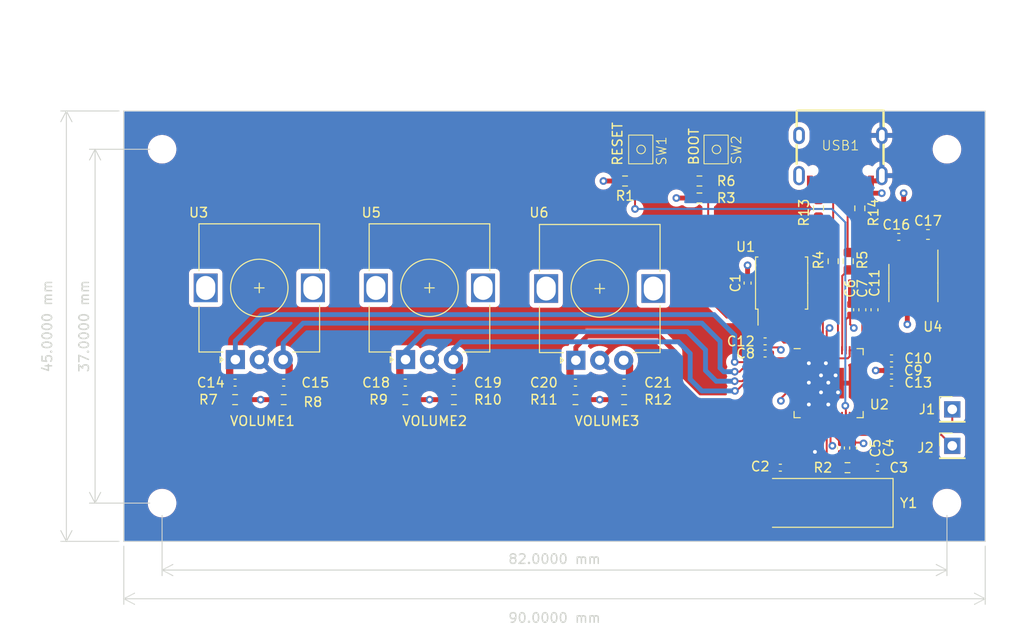
<source format=kicad_pcb>
(kicad_pcb (version 20221018) (generator pcbnew)
  (layers (0 "F.Cu" signal "FRONT") (1 "In1.Cu" power "GND") (2 "In2.Cu" power "POWER") (31 "B.Cu" signal "BACK") (34 "B.Paste" user) (35 "F.Paste" user) (36 "B.SilkS" user "B.Silkscreen") (37 "F.SilkS" user "F.Silkscreen") (38 "B.Mask" user) (39 "F.Mask" user) (44 "Edge.Cuts" user))
  (net 0 "")
  (net 1 "GND")
  (net 2 "/rp2040/XIN")
  (net 3 "Net-(C3-Pad1)")
  (net 4 "/rp2040/1V1")
  (net 5 "/RE1_A")
  (net 6 "/RE1_B")
  (net 7 "+5V")
  (net 8 "+3V3")
  (net 9 "/RE2_A")
  (net 10 "/RE2_B")
  (net 11 "/RE3_A")
  (net 12 "/RE3_B")
  (net 13 "/SWD")
  (net 14 "/SWCLK")
  (net 15 "/rp2040/~{RST}")
  (net 16 "/rp2040/XOUT")
  (net 17 "/rp2040/QSPI_SS")
  (net 18 "/rp2040/N_USB_D+")
  (net 19 "/USB_D+")
  (net 20 "/rp2040/N_USB_D-")
  (net 21 "/USB_D-")
  (net 22 "/rp2040/~{USB_BOOT}")
  (net 23 "Net-(USB1-CC2)")
  (net 24 "Net-(USB1-CC1)")
  (net 25 "/rp2040/QSPI_SD1")
  (net 26 "/rp2040/QSPI_SD2")
  (net 27 "/rp2040/QSPI_SD0")
  (net 28 "/rp2040/QSPI_CLK")
  (net 29 "/rp2040/QSPI_SD3")
  (footprint "Package_SO:SOIC-8_3.9x4.9mm_P1.27mm" (layer "F.Cu") (at 142.494 46.99 -90)
    (fp_text reference "U4")
    (fp_text value "LD1117D33")
  )
  (footprint "Capacitor_SMD:C_0402_1005Metric_Pad0.74x0.62mm_HandSolder" (layer "F.Cu") (at 128.592 66.294 180)
    (fp_text reference "C2")
    (fp_text value "27p")
  )
  (footprint "Rotary_Encoder:RotaryEncoder_Alps_EC12E_Vertical_H20mm" (layer "F.Cu") (at 107.228 55.064 90)
    (fp_text reference "U6")
    (fp_text value "Rotary encoder")
  )
  (footprint "Capacitor_SMD:C_0402_1005Metric_Pad0.74x0.62mm_HandSolder" (layer "F.Cu") (at 127 54.356 180)
    (fp_text reference "C8")
    (fp_text value "100n")
  )
  (footprint "MountingHole:MountingHole_2.5mm" (layer "F.Cu") (at 64 70)
    (fp_text reference "REF**")
    (fp_text value "MountingHole_2.5mm")
  )
  (footprint "Capacitor_SMD:C_0402_1005Metric_Pad0.74x0.62mm_HandSolder" (layer "F.Cu") (at 127 53.086 180)
    (fp_text reference "C12")
    (fp_text value "100n")
  )
  (footprint "Package_SO:SOIC-8_5.23x5.23mm_P1.27mm" (layer "F.Cu") (at 128.7272 46.99 90)
    (fp_text reference "U1")
    (fp_text value "W25Q128JVS")
  )
  (footprint "Capacitor_SMD:C_0402_1005Metric_Pad0.74x0.62mm_HandSolder" (layer "F.Cu") (at 76.708 57.404 180)
    (fp_text reference "C15")
    (fp_text value "1u")
  )
  (footprint "Connector_PinHeader_2.54mm:PinHeader_1x01_P2.54mm_Vertical" (layer "F.Cu") (at 146.558 64.008)
    (fp_text reference "J2")
    (fp_text value "Conn_01x01_Pin")
  )
  (footprint "Resistor_SMD:R_0603_1608Metric_Pad0.98x0.95mm_HandSolder" (layer "F.Cu") (at 112.268 59.182)
    (fp_text reference "R12")
    (fp_text value "10k")
  )
  (footprint "Capacitor_SMD:C_0402_1005Metric_Pad0.74x0.62mm_HandSolder" (layer "F.Cu") (at 89.408 57.404)
    (fp_text reference "C18")
    (fp_text value "1u")
  )
  (footprint "Capacitor_SMD:C_0402_1005Metric_Pad0.74x0.62mm_HandSolder" (layer "F.Cu") (at 125.1712 46.99 -90)
    (fp_text reference "C1")
    (fp_text value "100n")
  )
  (footprint "Capacitor_SMD:C_0402_1005Metric_Pad0.74x0.62mm_HandSolder" (layer "F.Cu") (at 112.268 57.404 180)
    (fp_text reference "C21")
    (fp_text value "1u")
  )
  (footprint "Resistor_SMD:R_0603_1608Metric_Pad0.98x0.95mm_HandSolder" (layer "F.Cu") (at 94.488 59.182)
    (fp_text reference "R10")
    (fp_text value "10k")
  )
  (footprint "Capacitor_SMD:C_0402_1005Metric_Pad0.74x0.62mm_HandSolder" (layer "F.Cu") (at 138.752 66.294)
    (fp_text reference "C3")
    (fp_text value "27p")
  )
  (footprint "MountingHole:MountingHole_2.5mm" (layer "F.Cu") (at 64 33)
    (fp_text reference "REF**")
    (fp_text value "MountingHole_2.5mm")
  )
  (footprint "Resistor_SMD:R_0603_1608Metric_Pad0.98x0.95mm_HandSolder" (layer "F.Cu") (at 132.581015 39.17588 -90)
    (fp_text reference "R13")
    (fp_text value "5k1")
  )
  (footprint "Resistor_SMD:R_0603_1608Metric_Pad0.98x0.95mm_HandSolder" (layer "F.Cu") (at 135.6106 66.294)
    (fp_text reference "R2")
    (fp_text value "1k")
  )
  (footprint "Connector_PinHeader_2.54mm:PinHeader_1x01_P2.54mm_Vertical" (layer "F.Cu") (at 146.558 60.198)
    (fp_text reference "J1")
    (fp_text value "Conn_01x01_Pin")
  )
  (footprint "MountingHole:MountingHole_2.5mm" (layer "F.Cu") (at 146 70)
    (fp_text reference "REF**" hide)
    (fp_text value "MountingHole_2.5mm")
  )
  (footprint "push_button:lcsc_TS-3025-A-A-B_push_button" (layer "F.Cu") (at 121.92 33.02 -90)
    (fp_text reference "SW2")
    (fp_text value "TS-3025-B-C-B ")
  )
  (footprint "Resistor_SMD:R_0603_1608Metric_Pad0.98x0.95mm_HandSolder" (layer "F.Cu") (at 76.708 59.182)
    (fp_text reference "R8")
    (fp_text value "10k")
  )
  (footprint "Resistor_SMD:R_0603_1608Metric_Pad0.98x0.95mm_HandSolder" (layer "F.Cu") (at 120.142 36.322)
    (fp_text reference "R6")
    (fp_text value "1k")
  )
  (footprint "Capacitor_SMD:C_0402_1005Metric_Pad0.74x0.62mm_HandSolder" (layer "F.Cu") (at 140.208 57.404)
    (fp_text reference "C13")
    (fp_text value "100n")
  )
  (footprint "Resistor_SMD:R_0603_1608Metric_Pad0.98x0.95mm_HandSolder" (layer "F.Cu") (at 136.899015 39.17588 -90)
    (fp_text reference "R14")
    (fp_text value "5k1")
  )
  (footprint "Resistor_SMD:R_0603_1608Metric_Pad0.98x0.95mm_HandSolder" (layer "F.Cu") (at 135.6868 44.704 90)
    (fp_text reference "R5")
    (fp_text value "27")
  )
  (footprint "Capacitor_SMD:C_0402_1005Metric_Pad0.74x0.62mm_HandSolder" (layer "F.Cu") (at 140.208 54.864)
    (fp_text reference "C10")
    (fp_text value "100n")
  )
  (footprint "USBC:USBC_16P" (layer "F.Cu") (at 134.874 32.766 180)
    (fp_text reference "USB1")
    (fp_text value "~")
  )
  (footprint "Resistor_SMD:R_0603_1608Metric_Pad0.98x0.95mm_HandSolder" (layer "F.Cu") (at 107.188 59.182 180)
    (fp_text reference "R11")
    (fp_text value "10k")
  )
  (footprint "Capacitor_SMD:C_0402_1005Metric_Pad0.74x0.62mm_HandSolder" (layer "F.Cu") (at 136.1948 64.2366 -90)
    (fp_text reference "C4")
    (fp_text value "100n")
  )
  (footprint "Resistor_SMD:R_0603_1608Metric_Pad0.98x0.95mm_HandSolder" (layer "F.Cu") (at 134.112 44.704 90)
    (fp_text reference "R4")
    (fp_text value "27")
  )
  (footprint "Crystal:Crystal_SMD_HC49-SD" (layer "F.Cu") (at 133.672 69.977 180)
    (fp_text reference "Y1")
    (fp_text value "12Mhz")
  )
  (footprint "Resistor_SMD:R_0603_1608Metric_Pad0.98x0.95mm_HandSolder" (layer "F.Cu") (at 120.142 38.1)
    (fp_text reference "R3")
    (fp_text value "10k")
  )
  (footprint "Resistor_SMD:R_0603_1608Metric_Pad0.98x0.95mm_HandSolder" (layer "F.Cu") (at 112.3696 36.322)
    (fp_text reference "R1")
    (fp_text value "10k")
  )
  (footprint "Capacitor_SMD:C_0402_1005Metric_Pad0.74x0.62mm_HandSolder" (layer "F.Cu") (at 107.188 57.404)
    (fp_text reference "C20")
    (fp_text value "1u")
  )
  (footprint "Package_DFN_QFN:QFN-56-1EP_7x7mm_P0.4mm_EP3.2x3.2mm" (layer "F.Cu") (at 133.6379 57.458)
    (fp_text reference "U2")
    (fp_text value "RP2040")
  )
  (footprint "Resistor_SMD:R_0603_1608Metric_Pad0.98x0.95mm_HandSolder" (layer "F.Cu") (at 89.408 59.182 180)
    (fp_text reference "R9")
    (fp_text value "10k")
  )
  (footprint "Capacitor_SMD:C_0603_1608Metric_Pad1.08x0.95mm_HandSolder" (layer "F.Cu") (at 144.018 41.91)
    (fp_text reference "C17")
    (fp_text value "10u")
  )
  (footprint "Capacitor_SMD:C_0402_1005Metric_Pad0.74x0.62mm_HandSolder" (layer "F.Cu") (at 138.43 49.784 90)
    (fp_text reference "C11")
    (fp_text value "100n")
  )
  (footprint "Resistor_SMD:R_0603_1608Metric_Pad0.98x0.95mm_HandSolder" (layer "F.Cu") (at 71.628 59.182 180)
    (fp_text reference "R7")
    (fp_text value "10k")
  )
  (footprint "Capacitor_SMD:C_0402_1005Metric_Pad0.74x0.62mm_HandSolder" (layer "F.Cu") (at 140.97 42.164 180)
    (fp_text reference "C16")
    (fp_text value "100n")
  )
  (footprint "Capacitor_SMD:C_0402_1005Metric_Pad0.74x0.62mm_HandSolder" (layer "F.Cu") (at 137.16 49.784 90)
    (fp_text reference "C7")
    (fp_text value "1u")
  )
  (footprint "Rotary_Encoder:RotaryEncoder_Alps_EC12E_Vertical_H20mm" (layer "F.Cu") (at 71.656 54.998 90)
    (fp_text reference "U3")
    (fp_text value "Rotary encoder")
  )
  (footprint "Rotary_Encoder:RotaryEncoder_Alps_EC12E_Vertical_H20mm" (layer "F.Cu") (at 89.436 54.998 90)
    (fp_text reference "U5")
    (fp_text value "Rotary encoder")
  )
  (footprint "Capacitor_SMD:C_0402_1005Metric_Pad0.74x0.62mm_HandSolder" (layer "F.Cu") (at 134.9248 64.2366 -90)
    (fp_text reference "C5")
    (fp_text value "100n")
  )
  (footprint "MountingHole:MountingHole_2.5mm" (layer "F.Cu") (at 146 33)
    (fp_text reference "REF**")
    (fp_text value "MountingHole_2.5mm")
  )
  (footprint "Capacitor_SMD:C_0402_1005Metric_Pad0.74x0.62mm_HandSolder" (layer "F.Cu") (at 71.628 57.404)
    (fp_text reference "C14")
    (fp_text value "1u")
  )
  (footprint "Capacitor_SMD:C_0402_1005Metric_Pad0.74x0.62mm_HandSolder" (layer "F.Cu") (at 135.89 49.784 90)
    (fp_text reference "C6")
    (fp_text value "1u")
  )
  (footprint "Capacitor_SMD:C_0402_1005Metric_Pad0.74x0.62mm_HandSolder" (layer "F.Cu") (at 140.208 56.134)
    (fp_text reference "C9")
    (fp_text value "100n")
  )
  (footprint "Capacitor_SMD:C_0402_1005Metric_Pad0.74x0.62mm_HandSolder" (layer "F.Cu") (at 94.488 57.404 180)
    (fp_text reference "C19")
    (fp_text value "1u")
  )
  (footprint "push_button:lcsc_TS-3025-A-A-B_push_button" (layer "F.Cu") (at 114.046 33.02 -90)
    (fp_text reference "SW1")
    (fp_text value "TS-3025-B-C-B ")
  )
  (gr_line (start 150 29) (end 60 29) (stroke (width 0.1)) (layer "Edge.Cuts"))
  (gr_line (start 60 74) (end 150 74) (stroke (width 0.1)) (layer "Edge.Cuts"))
  (gr_line (start 60 29) (end 60 74) (stroke (width 0.1)) (layer "Edge.Cuts"))
  (gr_line (start 150 29) (end 150 74) (stroke (width 0.1)) (layer "Edge.Cuts"))
  (gr_line (start 60 29) (end 60 74) (stroke (width 0.1)) (layer "Edge.Cuts"))
  (gr_text "VOLUME3" (at 107 62) (layer "F.SilkS") (effects (font (size 1 1)) (justify left bottom)))
  (gr_text "VOLUME1" (at 71 62) (layer "F.SilkS") (effects (font (size 1 1)) (justify left bottom)))
  (gr_text "RESET" (at 112.1664 34.798 90) (layer "F.SilkS") (effects (font (size 1 1)) (justify left bottom)))
  (gr_text "BOOT" (at 120.142 34.7472 90) (layer "F.SilkS") (effects (font (size 1 1)) (justify left bottom)))
  (gr_text "VOLUME2" (at 89 62) (layer "F.SilkS") (effects (font (size 1 1)) (justify left bottom)))
  (dimension (type aligned) (layer "Edge.Cuts") (pts (xy 60 74) (xy 60 29)) (height -6) (gr_text "45,0000 mm" (at 52 51.5 90) (layer "Edge.Cuts") (effects (font (size 1 1) (thickness 0.15)))) (format (prefix "") (suffix "") (units 3) (units_format 1) (precision 4)) (style (thickness 0.1) (arrow_length 1.27) (text_position_mode 2) (extension_height 0.58642) (extension_offset 0.5) keep_text_aligned))
  (dimension (type aligned) (layer "Edge.Cuts") (pts (xy 64 33) (xy 64 70)) (height 7) (gr_text "37,0000 mm" (at 55.85 51.5 90) (layer "Edge.Cuts") (effects (font (size 1 1) (thickness 0.15)))) (format (prefix "") (suffix "") (units 3) (units_format 1) (precision 4)) (style (thickness 0.1) (arrow_length 1.27) (text_position_mode 0) (extension_height 0.58642) (extension_offset 0.5) keep_text_aligned))
  (dimension (type aligned) (layer "Edge.Cuts") (pts (xy 150 74) (xy 60 74)) (height -6) (gr_text "90,0000 mm" (at 105 82) (layer "Edge.Cuts") (effects (font (size 1 1) (thickness 0.15)))) (format (prefix "") (suffix "") (units 3) (units_format 1) (precision 4)) (style (thickness 0.1) (arrow_length 1.27) (text_position_mode 2) (extension_height 0.58642) (extension_offset 0.5) keep_text_aligned))
  (dimension (type aligned) (layer "Edge.Cuts") (pts (xy 64 70) (xy 146 70)) (height 6.999999) (gr_text "82,0000 mm" (at 105 75.849999) (layer "Edge.Cuts") (effects (font (size 1 1) (thickness 0.15)))) (format (prefix "") (suffix "") (units 3) (units_format 1) (precision 4)) (style (thickness 0.1) (arrow_length 1.27) (text_position_mode 0) (extension_height 0.58642) (extension_offset 0.5) keep_text_aligned))
  (segment (start 132.6379 64.2121) (end 132.207 64.643) (width 0.2032) (layer "F.Cu") (net 1))
  (segment (start 133.6379 57.458) (end 133.6379 57.6241) (width 0.2032) (layer "F.Cu") (net 1))
  (segment (start 138.074019 36.305934) (end 138.649075 36.305934) (width 0.508) (layer "F.Cu") (net 1))
  (segment (start 133.6379 57.4379) (end 133.604 57.404) (width 0.2032) (layer "F.Cu") (net 1))
  (segment (start 133.658 57.458) (end 134.62 58.42) (width 0.2032) (layer "F.Cu") (net 1))
  (segment (start 144.399 44.515) (end 144.399 42.3915) (width 1.016) (layer "F.Cu") (net 1))
  (segment (start 144.399 42.3915) (end 144.8805 41.91) (width 1.016) (layer "F.Cu") (net 1))
  (segment (start 133.6379 57.6241) (end 132.842 58.42) (width 0.2032) (layer "F.Cu") (net 1))
  (segment (start 138.649075 36.305934) (end 139.198985 35.756024) (width 0.508) (layer "F.Cu") (net 1))
  (segment (start 133.6379 57.4379) (end 132.842 56.642) (width 0.2032) (layer "F.Cu") (net 1))
  (segment (start 133.6379 57.458) (end 133.658 57.458) (width 0.2032) (layer "F.Cu") (net 1))
  (segment (start 133.6379 57.458) (end 133.6379 57.4379) (width 0.2032) (layer "F.Cu") (net 1))
  (segment (start 132.6379 60.8955) (end 132.6379 64.2121) (width 0.2032) (layer "F.Cu") (net 1))
  (via (at 131.572 59.69) (size 0.8) (drill 0.4) (layers "F.Cu" "B.Cu") (net 1))
  (via (at 131.572 55.372) (size 0.8) (drill 0.4) (layers "F.Cu" "B.Cu") (net 1))
  (via (at 134.366 56.642) (size 0.8) (drill 0.4) (layers "F.Cu" "B.Cu") (net 1))
  (via (at 131.572 57.404) (size 0.8) (drill 0.4) (layers "F.Cu" "B.Cu") (net 1))
  (via (at 133.604 57.404) (size 0.8) (drill 0.4) (layers "F.Cu" "B.Cu") (net 1))
  (via (at 133.35 55.372) (size 0.8) (drill 0.4) (layers "F.Cu" "B.Cu") (net 1))
  (via (at 134.62 58.42) (size 0.8) (drill 0.4) (layers "F.Cu" "B.Cu") (net 1))
  (via (at 132.842 56.642) (size 0.8) (drill 0.4) (layers "F.Cu" "B.Cu") (net 1))
  (via (at 132.207 64.643) (size 0.8) (drill 0.4) (layers "F.Cu" "B.Cu") (net 1))
  (via (at 132.842 58.42) (size 0.8) (drill 0.4) (layers "F.Cu" "B.Cu") (net 1))
  (via (at 133.604 59.69) (size 0.8) (drill 0.4) (layers "F.Cu" "B.Cu") (net 1))
  (segment (start 129.413 69.968) (end 129.422 69.977) (width 0.762) (layer "F.Cu") (net 2))
  (segment (start 129.1595 66.294) (end 129.413 66.5475) (width 0.762) (layer "F.Cu") (net 2))
  (segment (start 133.0379 64.9043) (end 133.0379 60.8955) (width 0.2032) (layer "F.Cu") (net 2))
  (segment (start 129.1595 66.294) (end 131.6482 66.294) (width 0.2032) (layer "F.Cu") (net 2))
  (segment (start 131.6482 66.294) (end 133.0379 64.9043) (width 0.2032) (layer "F.Cu") (net 2))
  (segment (start 129.413 66.5475) (end 129.413 69.968) (width 0.762) (layer "F.Cu") (net 2))
  (segment (start 137.922 66.5565) (end 138.1845 66.294) (width 0.762) (layer "F.Cu") (net 3))
  (segment (start 137.922 69.977) (end 137.922 66.5565) (width 0.762) (layer "F.Cu") (net 3))
  (segment (start 136.5231 66.294) (end 138.1845 66.294) (width 0.762) (layer "F.Cu") (net 3))
  (segment (start 134.2379 60.8955) (end 134.2379 62.9822) (width 0.2032) (layer "F.Cu") (net 4))
  (segment (start 133.4379 51.9821) (end 133.731 51.689) (width 0.2032) (layer "F.Cu") (net 4))
  (segment (start 133.4379 54.0205) (end 133.4379 51.9821) (width 0.2032) (layer "F.Cu") (net 4))
  (segment (start 136.1948 63.6691) (end 134.9248 63.6691) (width 0.2032) (layer "F.Cu") (net 4))
  (segment (start 135.4379 54.0205) (end 135.4379 50.8036) (width 0.2032) (layer "F.Cu") (net 4))
  (segment (start 135.89 51.308) (end 136.271 51.689) (width 0.2032) (layer "F.Cu") (net 4))
  (segment (start 135.89 50.3515) (end 135.89 51.308) (width 0.2032) (layer "F.Cu") (net 4))
  (segment (start 135.4379 50.8036) (end 135.89 50.3515) (width 0.2032) (layer "F.Cu") (net 4))
  (segment (start 137.2021 63.6691) (end 137.287 63.754) (width 0.2032) (layer "F.Cu") (net 4))
  (segment (start 136.1948 63.6691) (end 137.2021 63.6691) (width 0.2032) (layer "F.Cu") (net 4))
  (segment (start 134.2379 62.9822) (end 134.9248 63.6691) (width 0.2032) (layer "F.Cu") (net 4))
  (via (at 136.271 51.689) (size 0.8) (drill 0.4) (layers "F.Cu" "B.Cu") (net 4))
  (via (at 133.731 51.689) (size 0.8) (drill 0.4) (layers "F.Cu" "B.Cu") (net 4))
  (via (at 137.287 63.754) (size 0.8) (drill 0.4) (layers "F.Cu" "B.Cu") (net 4))
  (segment (start 130.2004 55.258) (end 123.838 55.258) (width 0.2032) (layer "F.Cu") (net 5))
  (segment (start 71.656 54.998) (end 71.0605 55.5935) (width 0.762) (layer "F.Cu") (net 5))
  (segment (start 123.838 55.258) (end 123.825 55.245) (width 0.2032) (layer "F.Cu") (net 5))
  (segment (start 71.0605 57.404) (end 71.0605 58.837) (width 0.762) (layer "F.Cu") (net 5))
  (segment (start 71.0605 55.5935) (end 71.0605 57.404) (width 0.762) (layer "F.Cu") (net 5))
  (segment (start 71.0605 58.837) (end 70.7155 59.182) (width 0.762) (layer "F.Cu") (net 5))
  (via (at 123.825 55.245) (size 0.8) (drill 0.4) (layers "F.Cu" "B.Cu") (net 5))
  (segment (start 71.656 53.058) (end 71.656 54.998) (width 0.508) (layer "B.Cu") (net 5))
  (segment (start 74.422 50.292) (end 71.656 53.058) (width 0.508) (layer "B.Cu") (net 5))
  (segment (start 123.825 55.245) (end 123.825 52.451) (width 0.508) (layer "B.Cu") (net 5))
  (segment (start 123.825 52.451) (end 121.666 50.292) (width 0.508) (layer "B.Cu") (net 5))
  (segment (start 121.666 50.292) (end 74.422 50.292) (width 0.508) (layer "B.Cu") (net 5))
  (segment (start 124.333 56.261) (end 123.825 56.261) (width 0.2032) (layer "F.Cu") (net 6))
  (segment (start 124.587 56.007) (end 124.333 56.261) (width 0.2032) (layer "F.Cu") (net 6))
  (segment (start 77.2755 58.837) (end 77.6205 59.182) (width 0.762) (layer "F.Cu") (net 6))
  (segment (start 124.936 55.658) (end 124.587 56.007) (width 0.2032) (layer "F.Cu") (net 6))
  (segment (start 76.656 54.998) (end 77.2755 55.6175) (width 0.762) (layer "F.Cu") (net 6))
  (segment (start 77.2755 57.404) (end 77.2755 58.837) (width 0.762) (layer "F.Cu") (net 6))
  (segment (start 77.2755 55.6175) (end 77.2755 57.404) (width 0.762) (layer "F.Cu") (net 6))
  (segment (start 130.2004 55.658) (end 124.936 55.658) (width 0.2032) (layer "F.Cu") (net 6))
  (via (at 123.825 56.261) (size 0.8) (drill 0.4) (layers "F.Cu" "B.Cu") (net 6))
  (segment (start 123.825 56.261) (end 122.682 56.261) (width 0.508) (layer "B.Cu") (net 6))
  (segment (start 122.301 55.88) (end 122.301 53.086) (width 0.508) (layer "B.Cu") (net 6))
  (segment (start 122.301 53.086) (end 120.396 51.181) (width 0.508) (layer "B.Cu") (net 6))
  (segment (start 122.682 56.261) (end 122.301 55.88) (width 0.508) (layer "B.Cu") (net 6))
  (segment (start 76.656 53.265) (end 76.656 54.998) (width 0.508) (layer "B.Cu") (net 6))
  (segment (start 78.74 51.181) (end 76.656 53.265) (width 0.508) (layer "B.Cu") (net 6))
  (segment (start 120.396 51.181) (end 78.74 51.181) (width 0.508) (layer "B.Cu") (net 6))
  (segment (start 132.473827 36.305934) (end 132.473827 35.928173) (width 0.2032) (layer "F.Cu") (net 7))
  (segment (start 140.716 43.434) (end 141.5375 42.6125) (width 0.508) (layer "F.Cu") (net 7))
  (segment (start 137.922 37.592) (end 139.192 37.592) (width 0.508) (layer "F.Cu") (net 7))
  (segment (start 141.478 37.592) (end 141.478 42.1045) (width 0.508) (layer "F.Cu") (net 7))
  (segment (start 135.89 34.544) (end 137.273919 35.927919) (width 0.2032) (layer "F.Cu") (net 7))
  (segment (start 132.473827 35.928173) (end 133.858 34.544) (width 0.2032) (layer "F.Cu") (net 7))
  (segment (start 137.273919 36.305934) (end 137.273919 36.943919) (width 0.508) (layer "F.Cu") (net 7))
  (segment (start 140.716 44.45) (end 140.716 43.434) (width 0.508) (layer "F.Cu") (net 7))
  (segment (start 141.478 42.1045) (end 141.5375 42.164) (width 0.2032) (layer "F.Cu") (net 7))
  (segment (start 141.5375 42.6125) (end 141.5375 42.164) (width 0.508) (layer "F.Cu") (net 7))
  (segment (start 137.273919 36.943919) (end 137.922 37.592) (width 0.508) (layer "F.Cu") (net 7))
  (segment (start 137.273919 35.927919) (end 137.273919 36.305934) (width 0.2032) (layer "F.Cu") (net 7))
  (segment (start 133.858 34.544) (end 135.89 34.544) (width 0.2032) (layer "F.Cu") (net 7))
  (via (at 141.478 37.592) (size 0.8) (drill 0.4) (layers "F.Cu" "B.Cu") (net 7))
  (via (at 139.192 37.592) (size 0.8) (drill 0.4) (layers "F.Cu" "B.Cu") (net 7))
  (segment (start 135.8379 54.6621) (end 135.8379 54.0205) (width 0.2032) (layer "F.Cu") (net 8))
  (segment (start 143.1555 44.4885) (end 143.129 44.515) (width 1.016) (layer "F.Cu") (net 8))
  (segment (start 143.1555 41.91) (end 143.1555 44.4885) (width 1.016) (layer "F.Cu") (net 8))
  (segment (start 134.2379 54.7359) (end 134.366 54.864) (width 0.2032) (layer "F.Cu") (net 8))
  (segment (start 137.0754 54.858) (end 139.6345 54.858) (width 0.2032) (layer "F.Cu") (net 8))
  (segment (start 72.5405 59.182) (end 75.7955 59.182) (width 0.508) (layer "F.Cu") (net 8))
  (segment (start 108.1005 59.182) (end 111.3555 59.182) (width 0.508) (layer "F.Cu") (net 8))
  (segment (start 127.5675 54.356) (end 127.5675 53.721) (width 0.2032) (layer "F.Cu") (net 8))
  (segment (start 119.2295 38.1) (end 117.856 38.1) (width 0.508) (layer "F.Cu") (net 8))
  (segment (start 133.8379 60.8955) (end 133.8379 63.818) (width 0.2032) (layer "F.Cu") (net 8))
  (segment (start 130.2004 54.858) (end 128.0695 54.858) (width 0.2032) (layer "F.Cu") (net 8))
  (segment (start 125.2387 46.355) (end 125.1712 46.4225) (width 0.508) (layer "F.Cu") (net 8))
  (segment (start 117.856 38.1) (end 117.729 38.1) (width 0.508) (layer "F.Cu") (net 8))
  (segment (start 128.778 58.928) (end 128.651 59.055) (width 0.2032) (layer "F.Cu") (net 8))
  (segment (start 111.4571 36.322) (end 110.109 36.322) (width 0.508) (layer "F.Cu") (net 8))
  (segment (start 137.16 53.0984) (end 137.16 50.3515) (width 0.2032) (layer "F.Cu") (net 8))
  (segment (start 135.636 54.864) (end 135.8379 54.6621) (width 0.2032) (layer "F.Cu") (net 8))
  (segment (start 141.859 44.515) (end 141.859 49.465) (width 1.016) (layer "F.Cu") (net 8))
  (segment (start 133.8379 63.818) (end 134.0279 64.008) (width 0.2032) (layer "F.Cu") (net 8))
  (segment (start 128.397 53.721) (end 128.651 53.975) (width 0.2032) (layer "F.Cu") (net 8))
  (segment (start 125.222 45.085) (end 125.1712 45.1358) (width 0.508) (layer "F.Cu") (net 8))
  (segment (start 139.6345 54.858) (end 139.6405 54.864) (width 0.2032) (layer "F.Cu") (net 8))
  (segment (start 130.2004 58.458) (end 129.248 58.458) (width 0.2032) (layer "F.Cu") (net 8))
  (segment (start 137.0754 58.458) (end 139.154 58.458) (width 0.2032) (layer "F.Cu") (net 8))
  (segment (start 136.2379 54.0205) (end 137.16 53.0984) (width 0.2032) (layer "F.Cu") (net 8))
  (segment (start 134.2379 54.0205) (end 134.2379 54.7359) (width 0.2032) (layer "F.Cu") (net 8))
  (segment (start 126.8222 43.39) (end 126.8222 46.0248) (width 0.508) (layer "F.Cu") (net 8))
  (segment (start 141.859 49.465) (end 143.129 49.465) (width 1.016) (layer "F.Cu") (net 8))
  (segment (start 128.0695 54.858) (end 127.5675 54.356) (width 0.2032) (layer "F.Cu") (net 8))
  (segment (start 139.6405 56.134) (end 138.557 56.134) (width 0.508) (layer "F.Cu") (net 8))
  (segment (start 127.5675 53.721) (end 128.397 53.721) (width 0.2032) (layer "F.Cu") (net 8))
  (segment (start 90.3205 59.182) (end 93.5755 59.182) (width 0.508) (layer "F.Cu") (net 8))
  (segment (start 126.8222 46.0248) (end 126.492 46.355) (width 0.508) (layer "F.Cu") (net 8))
  (segment (start 133.8379 54.0205) (end 134.2379 54.0205) (width 0.2032) (layer "F.Cu") (net 8))
  (segment (start 141.859 49.465) (end 141.859 51.308) (width 0.508) (layer "F.Cu") (net 8))
  (segment (start 125.1712 46.4225) (end 125.1712 45.1358) (width 0.508) (layer "F.Cu") (net 8))
  (segment (start 139.154 58.458) (end 139.6405 57.9715) (width 0.2032) (layer "F.Cu") (net 8))
  (segment (start 136.2379 54.0205) (end 137.0754 54.858) (width 0.2032) (layer "F.Cu") (net 8))
  (segment (start 127.5675 53.721) (end 127.5675 53.086) (width 0.2032) (layer "F.Cu") (net 8))
  (segment (start 126.492 46.355) (end 125.2387 46.355) (width 0.508) (layer "F.Cu") (net 8))
  (segment (start 128.651 59.055) (end 128.651 59.309) (width 0.2032) (layer "F.Cu") (net 8))
  (segment (start 139.6405 57.9715) (end 139.6405 57.404) (width 0.2032) (layer "F.Cu") (net 8))
  (segment (start 141.859 44.515) (end 143.129 44.515) (width 1.016) (layer "F.Cu") (net 8))
  (segment (start 137.16 50.3515) (end 138.43 50.3515) (width 0.2032) (layer "F.Cu") (net 8))
  (segment (start 135.8379 54.0205) (end 136.2379 54.0205) (width 0.2032) (layer "F.Cu") (net 8))
  (segment (start 143.129 44.515) (end 143.129 49.465) (width 1.016) (layer "F.Cu") (net 8))
  (segment (start 129.248 58.458) (end 128.778 58.928) (width 0.2032) (layer "F.Cu") (net 8))
  (segment (start 134.366 54.864) (end 135.636 54.864) (width 0.2032) (layer "F.Cu") (net 8))
  (segment (start 139.6405 54.864) (end 139.6405 57.404) (width 0.2032) (layer "F.Cu") (net 8))
  (via (at 110.109 36.322) (size 0.8) (drill 0.4) (layers "F.Cu" "B.Cu") (net 8))
  (via (at 117.729 38.1) (size 0.8) (drill 0.4) (layers "F.Cu" "B.Cu") (net 8))
  (via (at 125.1712 45.1358) (size 0.8) (drill 0.4) (layers "F.Cu" "B.Cu") (net 8))
  (via (at 128.651 53.975) (size 0.8) (drill 0.4) (layers "F.Cu" "B.Cu") (net 8))
  (via (at 138.557 56.134) (size 0.8) (drill 0.4) (layers "F.Cu" "B.Cu") (net 8))
  (via (at 141.859 51.308) (size 0.8) (drill 0.4) (layers "F.Cu" "B.Cu") (net 8))
  (via (at 134.0279 64.008) (size 0.8) (drill 0.4) (layers "F.Cu" "B.Cu") (net 8))
  (via (at 109.728 59.182) (size 0.8) (drill 0.4) (layers "F.Cu" "B.Cu") (net 8))
  (via (at 128.651 59.309) (size 0.8) (drill 0.4) (layers "F.Cu" "B.Cu") (net 8))
  (via (at 74.295 59.182) (size 0.8) (drill 0.4) (layers "F.Cu" "B.Cu") (net 8))
  (via (at 91.948 59.182) (size 0.8) (drill 0.4) (layers "F.Cu" "B.Cu") (net 8))
  (segment (start 88.9 58.7775) (end 88.9 57.4635) (width 0.762) (layer "F.Cu") (net 9))
  (segment (start 88.8405 55.5935) (end 88.8405 57.404) (width 0.762) (layer "F.Cu") (net 9))
  (segment (start 123.825 57.2516) (end 124.6124 57.2516) (width 0.2032) (layer "F.Cu") (net 9))
  (segment (start 125.806 56.058) (end 130.2004 56.058) (width 0.2032) (layer "F.Cu") (net 9))
  (segment (start 124.6124 57.2516) (end 125.806 56.058) (width 0.2032) (layer "F.Cu") (net 9))
  (segment (start 89.436 54.998) (end 88.8405 55.5935) (width 0.762) (layer "F.Cu") (net 9))
  (segment (start 88.9 57.4635) (end 88.8405 57.404) (width 0.762) (layer "F.Cu") (net 9))
  (segment (start 88.4955 59.182) (end 88.9 58.7775) (width 0.762) (layer "F.Cu") (net 9))
  (via (at 123.825 57.2516) (size 0.8) (drill 0.4) (layers "F.Cu" "B.Cu") (net 9))
  (segment (start 120.777 53.975) (end 118.872 52.07) (width 0.508) (layer "B.Cu") (net 9))
  (segment (start 89.436 54.074) (end 89.436 54.998) (width 0.508) (layer "B.Cu") (net 9))
  (segment (start 123.825 57.2516) (end 121.8946 57.2516) (width 0.508) (layer "B.Cu") (net 9))
  (segment (start 91.44 52.07) (end 89.436 54.074) (width 0.508) (layer "B.Cu") (net 9))
  (segment (start 118.872 52.07) (end 91.44 52.07) (width 0.508) (layer "B.Cu") (net 9))
  (segment (start 121.8946 57.2516) (end 120.777 56.134) (width 0.508) (layer "B.Cu") (net 9))
  (segment (start 120.777 56.134) (end 120.777 53.975) (width 0.508) (layer "B.Cu") (net 9))
  (segment (start 124.009492 58.2676) (end 123.8504 58.2676) (width 0.2032) (layer "F.Cu") (net 10))
  (segment (start 130.2004 56.458) (end 125.819092 56.458) (width 0.2032) (layer "F.Cu") (net 10))
  (segment (start 94.996 58.7775) (end 94.996 57.4635) (width 0.762) (layer "F.Cu") (net 10))
  (segment (start 125.819092 56.458) (end 124.009492 58.2676) (width 0.2032) (layer "F.Cu") (net 10))
  (segment (start 95.0555 55.6175) (end 95.0555 57.404) (width 0.762) (layer "F.Cu") (net 10))
  (segment (start 94.436 54.998) (end 95.0555 55.6175) (width 0.762) (layer "F.Cu") (net 10))
  (segment (start 94.996 57.4635) (end 95.0555 57.404) (width 0.762) (layer "F.Cu") (net 10))
  (segment (start 95.4005 59.182) (end 94.996 58.7775) (width 0.762) (layer "F.Cu") (net 10))
  (via (at 123.8504 58.2676) (size 0.8) (drill 0.4) (layers "F.Cu" "B.Cu") (net 10))
  (segment (start 117.9576 53.1368) (end 95.25 53.1368) (width 0.508) (layer "B.Cu") (net 10))
  (segment (start 123.8504 58.2676) (end 120.396 58.2676) (width 0.508) (layer "B.Cu") (net 10))
  (segment (start 120.396 58.2676) (end 119.1768 57.0484) (width 0.508) (layer "B.Cu") (net 10))
  (segment (start 119.1768 57.0484) (end 119.1768 54.356) (width 0.508) (layer "B.Cu") (net 10))
  (segment (start 94.436 53.9508) (end 94.436 54.998) (width 0.508) (layer "B.Cu") (net 10))
  (segment (start 119.1768 54.356) (end 117.9576 53.1368) (width 0.508) (layer "B.Cu") (net 10))
  (segment (start 95.25 53.1368) (end 94.436 53.9508) (width 0.508) (layer "B.Cu") (net 10))
  (segment (start 115.9256 52.5272) (end 108.4072 52.5272) (width 0.508) (layer "F.Cu") (net 11))
  (segment (start 106.6205 55.6715) (end 106.6205 57.404) (width 0.762) (layer "F.Cu") (net 11))
  (segment (start 107.228 53.7064) (end 107.228 55.064) (width 0.508) (layer "F.Cu") (net 11))
  (segment (start 126.6316 56.858) (end 124.0028 59.4868) (width 0.2032) (layer "F.Cu") (net 11))
  (segment (start 130.2004 56.858) (end 126.6316 56.858) (width 0.2032) (layer "F.Cu") (net 11))
  (segment (start 107.228 55.064) (end 106.6205 55.6715) (width 0.762) (layer "F.Cu") (net 11))
  (segment (start 119.8372 59.4868) (end 117.602 57.2516) (width 0.508) (layer "F.Cu") (net 11))
  (segment (start 108.4072 52.5272) (end 107.228 53.7064) (width 0.508) (layer "F.Cu") (net 11))
  (segment (start 124.0028 59.4868) (end 119.8372 59.4868) (width 0.508) (layer "F.Cu") (net 11))
  (segment (start 106.6205 57.404) (end 106.6205 58.837) (width 0.762) (layer "F.Cu") (net 11))
  (segment (start 117.602 57.2516) (end 117.602 54.2036) (width 0.508) (layer "F.Cu") (net 11))
  (segment (start 117.602 54.2036) (end 115.9256 52.5272) (width 0.508) (layer "F.Cu") (net 11))
  (segment (start 106.6205 58.837) (end 106.2755 59.182) (width 0.762) (layer "F.Cu") (net 11))
  (segment (start 112.8355 57.404) (end 112.8355 58.837) (width 0.762) (layer "F.Cu") (net 12))
  (segment (start 112.8355 55.6715) (end 112.8355 57.404) (width 0.762) (layer "F.Cu") (net 12))
  (segment (start 113.1805 59.7389) (end 113.1805 59.182) (width 0.508) (layer "F.Cu") (net 12))
  (segment (start 113.9444 60.5028) (end 113.1805 59.7389) (width 0.508) (layer "F.Cu") (net 12))
  (segment (start 124.206 60.5028) (end 113.9444 60.5028) (width 0.508) (layer "F.Cu") (net 12))
  (segment (start 130.2004 57.258) (end 127.4508 57.258) (width 0.2032) (layer "F.Cu") (net 12))
  (segment (start 127.4508 57.258) (end 124.206 60.5028) (width 0.2032) (layer "F.Cu") (net 12))
  (segment (start 112.8355 58.837) (end 113.1805 59.182) (width 0.762) (layer "F.Cu") (net 12))
  (segment (start 112.228 55.064) (end 112.8355 55.6715) (width 0.762) (layer "F.Cu") (net 12))
  (segment (start 136.010992 62.5729) (end 145.5801 62.5729) (width 0.2032) (layer "F.Cu") (net 13))
  (segment (start 145.5801 62.5729) (end 146.558 61.595) (width 0.2032) (layer "F.Cu") (net 13))
  (segment (start 135.0379 60.8955) (end 135.0379 61.599808) (width 0.2032) (layer "F.Cu") (net 13))
  (segment (start 135.0379 61.599808) (end 136.010992 62.5729) (width 0.2032) (layer "F.Cu") (net 13))
  (segment (start 146.558 61.595) (end 146.558 60.198) (width 0.2032) (layer "F.Cu") (net 13))
  (segment (start 134.6379 61.6129) (end 135.89 62.865) (width 0.2032) (layer "F.Cu") (net 14))
  (segment (start 135.89 62.865) (end 145.415 62.865) (width 0.2032) (layer "F.Cu") (net 14))
  (segment (start 134.6379 60.8955) (end 134.6379 61.6129) (width 0.2032) (layer "F.Cu") (net 14))
  (segment (start 145.415 62.865) (end 146.558 64.008) (width 0.2032) (layer "F.Cu") (net 14))
  (segment (start 113.2821 35.4839) (end 114.046 34.72) (width 0.2032) (layer "F.Cu") (net 15))
  (segment (start 113.411 36.4509) (end 113.2821 36.322) (width 0.2032) (layer "F.Cu") (net 15))
  (segment (start 113.2821 36.322) (end 113.2821 35.4839) (width 0.2032) (layer "F.Cu") (net 15))
  (segment (start 135.4379 59.8729) (end 135.382 59.817) (width 0.2032) (layer "F.Cu") (net 15))
  (segment (start 135.4379 60.8955) (end 135.4379 59.8729) (width 0.2032) (layer "F.Cu") (net 15))
  (segment (start 113.411 39.243) (end 113.411 36.4509) (width 0.2032) (layer "F.Cu") (net 15))
  (via (at 135.382 59.817) (size 0.8) (drill 0.4) (layers "F.Cu" "B.Cu") (net 15))
  (via (at 113.411 39.243) (size 0.8) (drill 0.4) (layers "F.Cu" "B.Cu") (net 15))
  (segment (start 135.382 59.817) (end 135.382 40.64) (width 0.2032) (layer "B.Cu") (net 15))
  (segment (start 135.382 40.64) (end 133.985 39.243) (width 0.2032) (layer "B.Cu") (net 15))
  (segment (start 133.985 39.243) (end 113.411 39.243) (width 0.2032) (layer "B.Cu") (net 15))
  (segment (start 134.6981 66.2197) (end 134.6981 66.294) (width 0.2032) (layer "F.Cu") (net 16))
  (segment (start 133.4379 60.8955) (end 133.4379 64.9595) (width 0.2032) (layer "F.Cu") (net 16))
  (segment (start 133.4379 64.9595) (end 134.6981 66.2197) (width 0.2032) (layer "F.Cu") (net 16))
  (segment (start 121.0545 38.1) (end 121.0545 48.6645) (width 0.2032) (layer "F.Cu") (net 17))
  (segment (start 126.8222 51.0794) (end 128.9558 53.213) (width 0.2032) (layer "F.Cu") (net 17))
  (segment (start 121.0545 36.322) (end 121.0545 38.1) (width 0.2032) (layer "F.Cu") (net 17))
  (segment (start 131.0379 53.5425) (end 131.0379 54.0205) (width 0.2032) (layer "F.Cu") (net 17))
  (segment (start 128.9558 53.213) (end 130.7084 53.213) (width 0.2032) (layer "F.Cu") (net 17))
  (segment (start 130.7084 53.213) (end 131.0379 53.5425) (width 0.2032) (layer "F.Cu") (net 17))
  (segment (start 126.8222 50.59) (end 126.8222 51.0794) (width 0.2032) (layer "F.Cu") (net 17))
  (segment (start 121.0545 48.6645) (end 122.98 50.59) (width 0.2032) (layer "F.Cu") (net 17))
  (segment (start 122.98 50.59) (end 126.8222 50.59) (width 0.2032) (layer "F.Cu") (net 17))
  (segment (start 134.612899 46.117399) (end 134.112 45.6165) (width 0.2) (layer "F.Cu") (net 18))
  (segment (start 134.6379 54.0205) (end 134.612899 53.995499) (width 0.2) (layer "F.Cu") (net 18))
  (segment (start 134.612899 53.995499) (end 134.612899 46.117399) (width 0.2) (layer "F.Cu") (net 18))
  (segment (start 134.124065 37.084) (end 134.124065 37.63283) (width 0.2032) (layer "F.Cu") (net 19))
  (segment (start 134.124065 37.63283) (end 135.124063 37.63283) (width 0.2032) (layer "F.Cu") (net 19))
  (segment (start 134.112 43.7915) (end 134.13105 43.77245) (width 0.2032) (layer "F.Cu") (net 19))
  (segment (start 135.124063 37.63283) (end 135.124063 36.305934) (width 0.2032) (layer "F.Cu") (net 19))
  (segment (start 134.124065 36.305934) (end 134.124065 37.084) (width 0.2032) (layer "F.Cu") (net 19))
  (segment (start 134.112 43.7915) (end 134.112 37.096065) (width 0.2032) (layer "F.Cu") (net 19))
  (segment (start 134.112 37.096065) (end 134.124065 37.084) (width 0.2032) (layer "F.Cu") (net 19))
  (segment (start 135.062901 53.995499) (end 135.062901 46.240399) (width 0.2) (layer "F.Cu") (net 20))
  (segment (start 135.062901 46.240399) (end 135.6868 45.6165) (width 0.2) (layer "F.Cu") (net 20))
  (segment (start 135.0379 54.0205) (end 135.062901 53.995499) (width 0.2) (layer "F.Cu") (net 20))
  (segment (start 135.623935 35.122802) (end 135.623935 36.305934) (width 0.2032) (layer "F.Cu") (net 21))
  (segment (start 135.623935 43.728635) (end 135.6868 43.7915) (width 0.2032) (layer "F.Cu") (net 21))
  (segment (start 134.623937 36.305934) (end 134.623937 35.122802) (width 0.2032) (layer "F.Cu") (net 21))
  (segment (start 134.623937 35.122802) (end 135.623935 35.122802) (width 0.2032) (layer "F.Cu") (net 21))
  (segment (start 135.623935 36.305934) (end 135.623935 43.728635) (width 0.2032) (layer "F.Cu") (net 21))
  (segment (start 120.8315 34.72) (end 121.92 34.72) (width 0.2032) (layer "F.Cu") (net 22))
  (segment (start 119.2295 36.322) (end 120.8315 34.72) (width 0.2032) (layer "F.Cu") (net 22))
  (segment (start 133.123813 37.720582) (end 132.581015 38.26338) (width 0.2032) (layer "F.Cu") (net 23))
  (segment (start 133.123813 36.305934) (end 133.123813 37.720582) (width 0.2032) (layer "F.Cu") (net 23))
  (segment (start 136.123807 36.305934) (end 136.123807 37.488172) (width 0.2032) (layer "F.Cu") (net 24))
  (segment (start 136.123807 37.488172) (end 136.899015 38.26338) (width 0.2032) (layer "F.Cu") (net 24))
  (segment (start 128.0922 51.308) (end 129.4892 52.705) (width 0.2032) (layer "F.Cu") (net 25))
  (segment (start 131.4379 53.1551) (end 131.4379 54.0205) (width 0.2032) (layer "F.Cu") (net 25))
  (segment (start 128.0922 50.59) (end 128.0922 51.308) (width 0.2032) (layer "F.Cu") (net 25))
  (segment (start 129.4892 52.705) (end 130.9878 52.705) (width 0.2032) (layer "F.Cu") (net 25))
  (segment (start 130.9878 52.705) (end 131.4379 53.1551) (width 0.2032) (layer "F.Cu") (net 25))
  (segment (start 129.3622 51.1556) (end 130.429 52.2224) (width 0.2032) (layer "F.Cu") (net 26))
  (segment (start 131.2418 52.2224) (end 131.8379 52.8185) (width 0.2032) (layer "F.Cu") (net 26))
  (segment (start 129.3622 50.59) (end 129.3622 51.1556) (width 0.2032) (layer "F.Cu") (net 26))
  (segment (start 130.429 52.2224) (end 131.2418 52.2224) (width 0.2032) (layer "F.Cu") (net 26))
  (segment (start 131.8379 52.8185) (end 131.8379 54.0205) (width 0.2032) (layer "F.Cu") (net 26))
  (segment (start 132.2379 43.8459) (end 132.2379 54.0205) (width 0.2032) (layer "F.Cu") (net 27))
  (segment (start 130.6322 43.39) (end 131.782 43.39) (width 0.2032) (layer "F.Cu") (net 27))
  (segment (start 131.782 43.39) (end 132.2379 43.8459) (width 0.2032) (layer "F.Cu") (net 27))
  (segment (start 132.6379 42.2647) (end 132.6379 54.0205) (width 0.2032) (layer "F.Cu") (net 28))
  (segment (start 129.3622 43.39) (end 129.3622 42.1894) (width 0.2032) (layer "F.Cu") (net 28))
  (segment (start 129.7178 41.8338) (end 132.207 41.8338) (width 0.2032) (layer "F.Cu") (net 28))
  (segment (start 132.207 41.8338) (end 132.6379 42.2647) (width 0.2032) (layer "F.Cu") (net 28))
  (segment (start 129.3622 42.1894) (end 129.7178 41.8338) (width 0.2032) (layer "F.Cu") (net 28))
  (segment (start 133.0379 41.9281) (end 133.0379 54.0205) (width 0.2032) (layer "F.Cu") (net 29))
  (segment (start 128.0922 43.39) (end 128.0922 41.8084) (width 0.2032) (layer "F.Cu") (net 29))
  (segment (start 128.524 41.3766) (end 132.4864 41.3766) (width 0.2032) (layer "F.Cu") (net 29))
  (segment (start 128.0922 41.8084) (end 128.524 41.3766) (width 0.2032) (layer "F.Cu") (net 29))
  (segment (start 132.4864 41.3766) (end 133.0379 41.9281) (width 0.2032) (layer "F.Cu") (net 29))
  (zone (net 1) (net_name "GND") (layers "F.Cu" "In1.Cu" "B.Cu") (connect_pads (clearance 0.5)) (min_thickness 0.25) (fill yes (thermal_gap 0.5) (thermal_bridge_width 0.5))
    (polygon (pts (xy 150 29) (xy 150 74) (xy 60 74) (xy 60 29)))
  )
)
</source>
